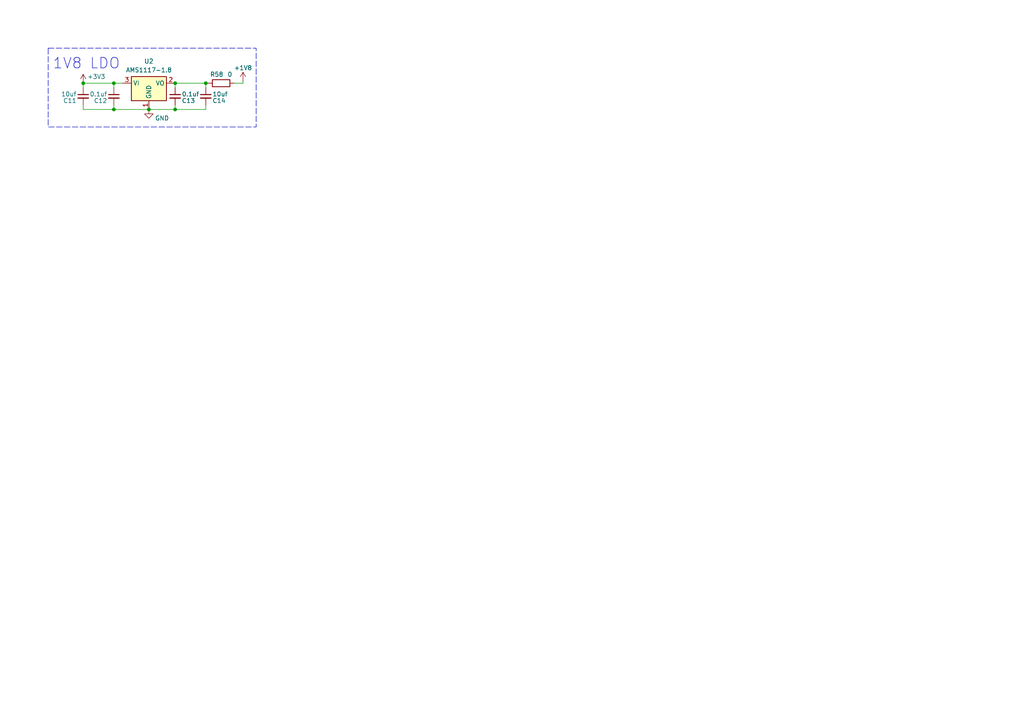
<source format=kicad_sch>
(kicad_sch (version 20230121) (generator eeschema)
  (paper "A4")
  (lib_symbols
    (symbol "Device:C_Small" (pin_numbers hide) (pin_names (offset 0.254) hide)
      (property "Reference" "C" (at 0.254 1.778 0))
      (property "Value" "C_Small" (at 0.254 -2.032 0))
      (symbol "C_Small_0_1"
        (polyline (pts (xy -1.524 -0.508) (xy 1.524 -0.508)) (stroke (width 0.3302)))
        (polyline (pts (xy -1.524 0.508) (xy 1.524 0.508)) (stroke (width 0.3048)))
      )
      (symbol "C_Small_1_1"
        (pin passive line (at 0 2.54 270) (length 2.032) (name "~") (number "1"))
        (pin passive line (at 0 -2.54 90) (length 2.032) (name "~") (number "2"))
      )
    )
    (symbol "Device:R" (pin_numbers hide) (pin_names (offset 0))
      (property "Reference" "R" (at 2.032 0 90))
      (property "Value" "R" (at 0 0 90))
      (symbol "R_0_1"
        (rectangle (start -1.016 -2.54) (end 1.016 2.54) (stroke (width 0.254)))
      )
      (symbol "R_1_1"
        (pin passive line (at 0 3.81 270) (length 1.27) (name "~") (number "1"))
        (pin passive line (at 0 -3.81 90) (length 1.27) (name "~") (number "2"))
      )
    )
    (symbol "Regulator_Linear:AMS1117-1.8"
      (property "Reference" "U" (at -3.81 3.175 0))
      (property "Value" "AMS1117-1.8" (at 0 3.175 0))
      (symbol "AMS1117-1.8_0_1"
        (rectangle (start -5.08 -5.08) (end 5.08 1.905) (stroke (width 0.254)) (fill (type background)))
      )
      (symbol "AMS1117-1.8_1_1"
        (pin power_in line (at 0 -7.62 90) (length 2.54) (name "GND") (number "1"))
        (pin power_out line (at 7.62 0 180) (length 2.54) (name "VO") (number "2"))
        (pin power_in line (at -7.62 0 0) (length 2.54) (name "VI") (number "3"))
      )
    )
    (symbol "power:+1V8" (power) (pin_names (offset 0))
      (property "Value" "+1V8" (at 0 3.556 0))
      (symbol "+1V8_0_1"
        (polyline (pts (xy -0.762 1.27) (xy 0 2.54)))
        (polyline (pts (xy 0 0) (xy 0 2.54)))
        (polyline (pts (xy 0 2.54) (xy 0.762 1.27)))
      )
      (symbol "+1V8_1_1"
        (pin power_in line (at 0 0 90) (length 0) hide (name "+1V8") (number "1"))
      )
    )
    (symbol "power:+3V3" (power) (pin_names (offset 0))
      (property "Value" "+3V3" (at 0 3.556 0))
      (symbol "+3V3_0_1"
        (polyline (pts (xy -0.762 1.27) (xy 0 2.54)))
        (polyline (pts (xy 0 0) (xy 0 2.54)))
        (polyline (pts (xy 0 2.54) (xy 0.762 1.27)))
      )
      (symbol "+3V3_1_1"
        (pin power_in line (at 0 0 90) (length 0) hide (name "+3V3") (number "1"))
      )
    )
    (symbol "power:GND" (power) (pin_names (offset 0))
      (property "Value" "GND" (at 0 -3.81 0))
      (symbol "GND_0_1"
        (polyline (pts (xy 0 0) (xy 0 -1.27) (xy 1.27 -1.27) (xy 0 -2.54) (xy -1.27 -1.27) (xy 0 -1.27)))
      )
      (symbol "GND_1_1"
        (pin power_in line (at 0 0 270) (length 0) hide (name "GND") (number "1"))
      )
    )
  )
  (junction (at 50.8 31.75))
  (junction (at 59.69 24.13))
  (junction (at 33.02 31.75))
  (junction (at 24.13 24.13))
  (junction (at 33.02 24.13))
  (junction (at 50.8 24.13))
  (junction (at 43.18 31.75))
  (wire (pts (xy 59.69 25.4) (xy 59.69 24.13)))
  (wire (pts (xy 33.02 24.13) (xy 24.13 24.13)))
  (wire (pts (xy 33.02 30.48) (xy 33.02 31.75)))
  (wire (pts (xy 50.8 25.4) (xy 50.8 24.13)))
  (wire (pts (xy 33.02 24.13) (xy 33.02 25.4)))
  (wire (pts (xy 50.8 24.13) (xy 59.69 24.13)))
  (wire (pts (xy 50.8 31.75) (xy 43.18 31.75)))
  (wire (pts (xy 24.13 31.75) (xy 33.02 31.75)))
  (wire (pts (xy 50.8 31.75) (xy 59.69 31.75)))
  (wire (pts (xy 33.02 31.75) (xy 43.18 31.75)))
  (wire (pts (xy 59.69 24.13) (xy 60.325 24.13)))
  (wire (pts (xy 70.485 23.495) (xy 70.485 24.13)))
  (wire (pts (xy 67.945 24.13) (xy 70.485 24.13)))
  (wire (pts (xy 50.8 30.48) (xy 50.8 31.75)))
  (wire (pts (xy 35.56 24.13) (xy 33.02 24.13)))
  (wire (pts (xy 24.13 30.48) (xy 24.13 31.75)))
  (wire (pts (xy 24.13 24.13) (xy 24.13 25.4)))
  (wire (pts (xy 59.69 31.75) (xy 59.69 30.48)))
  (rectangle (start 13.97 13.97) (end 74.295 36.83) (stroke (width 0) (type dash)))
  (text "1V8 LDO" (at 15.24 20.32 0) (effects (font (size 3.048 3.048)) (justify left bottom)))
  (symbol (lib_id "power:+1V8") (at 70.485 23.495 0) (unit 1)
    (property "Reference" "#PWR043" (effects hide))
    (property "Value" "+1V8" (at 70.485 19.685 0))
  )
  (symbol (lib_id "Device:C_Small") (at 59.69 27.94 0) (mirror y) (unit 1)
    (property "Reference" "C14" (at 61.595 29.21 0) (effects (justify right)))
    (property "Value" "10uf" (at 61.595 27.305 0) (effects (justify right)))
    (property "Footprint" "Capacitor_SMD:C_0805_2012Metric" (effects hide))
  )
  (symbol (lib_id "power:GND") (at 43.18 31.75 0) (unit 1)
    (property "Reference" "#PWR042" (effects hide))
    (property "Value" "GND" (at 46.99 34.29 0))
  )
  (symbol (lib_id "Device:C_Small") (at 50.8 27.94 0) (mirror y) (unit 1)
    (property "Reference" "C13" (at 52.705 29.21 0) (effects (justify right)))
    (property "Value" "0.1uf" (at 52.705 27.305 0) (effects (justify right)))
    (property "Footprint" "Capacitor_SMD:C_0603_1608Metric" (effects hide))
  )
  (symbol (lib_id "Device:C_Small") (at 24.13 27.94 0) (unit 1)
    (property "Reference" "C11" (at 22.225 29.21 0) (effects (justify right)))
    (property "Value" "10uf" (at 22.225 27.305 0) (effects (justify right)))
    (property "Footprint" "Capacitor_SMD:C_0805_2012Metric" (effects hide))
  )
  (symbol (lib_id "Regulator_Linear:AMS1117-1.8") (at 43.18 24.13 0) (unit 1)
    (property "Reference" "U2" (at 43.18 17.78 0))
    (property "Value" "AMS1117-1.8" (at 43.18 20.32 0))
    (property "Footprint" "Package_TO_SOT_SMD:SOT-223-3_TabPin2" (effects hide))
    (property "Datasheet" "http://www.advanced-monolithic.com/pdf/ds1117.pdf" (effects hide))
  )
  (symbol (lib_id "Device:C_Small") (at 33.02 27.94 0) (unit 1)
    (property "Reference" "C12" (at 31.115 29.21 0) (effects (justify right)))
    (property "Value" "0.1uf" (at 31.115 27.305 0) (effects (justify right)))
    (property "Footprint" "Capacitor_SMD:C_0603_1608Metric" (effects hide))
  )
  (symbol (lib_id "power:+3V3") (at 24.13 24.13 0) (unit 1)
    (property "Reference" "#PWR041" (effects hide))
    (property "Value" "+3V3" (at 27.94 22.225 0))
  )
  (symbol (lib_id "Device:R") (at 64.135 24.13 90) (unit 1)
    (property "Reference" "R58" (at 62.865 21.59 90))
    (property "Value" "0" (at 66.675 21.59 90))
    (property "Footprint" "Resistor_SMD:R_1206_3216Metric" (effects hide))
  )
)
</source>
